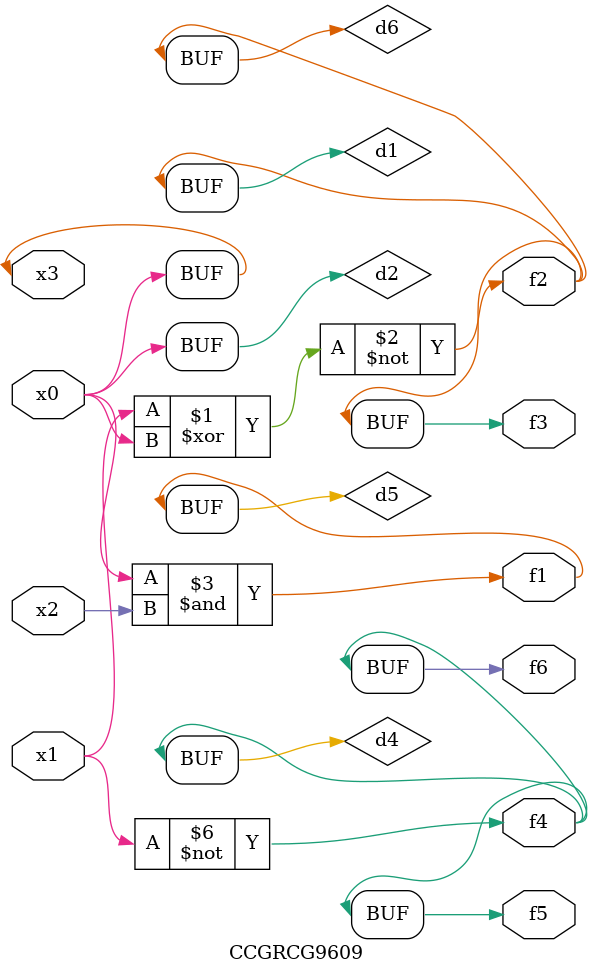
<source format=v>
module CCGRCG9609(
	input x0, x1, x2, x3,
	output f1, f2, f3, f4, f5, f6
);

	wire d1, d2, d3, d4, d5, d6;

	xnor (d1, x1, x3);
	buf (d2, x0, x3);
	nand (d3, x0, x2);
	not (d4, x1);
	nand (d5, d3);
	or (d6, d1);
	assign f1 = d5;
	assign f2 = d6;
	assign f3 = d6;
	assign f4 = d4;
	assign f5 = d4;
	assign f6 = d4;
endmodule

</source>
